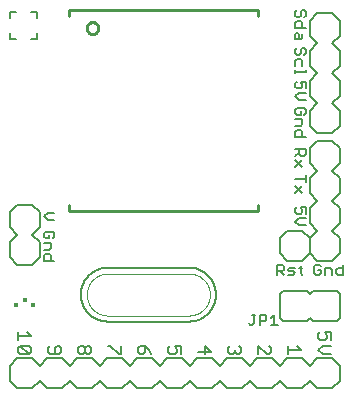
<source format=gto>
G75*
%MOIN*%
%OFA0B0*%
%FSLAX25Y25*%
%IPPOS*%
%LPD*%
%AMOC8*
5,1,8,0,0,1.08239X$1,22.5*
%
%ADD10C,0.00600*%
%ADD11C,0.00800*%
%ADD12C,0.00200*%
%ADD13R,0.01280X0.01673*%
%ADD14R,0.01378X0.01378*%
%ADD15C,0.01000*%
D10*
X0040395Y0072748D02*
X0040395Y0074450D01*
X0040962Y0075017D01*
X0042097Y0075017D01*
X0042664Y0074450D01*
X0042664Y0072748D01*
X0043798Y0072748D02*
X0040395Y0072748D01*
X0040395Y0076431D02*
X0042097Y0076431D01*
X0042664Y0076998D01*
X0042664Y0078700D01*
X0040395Y0078700D01*
X0040962Y0080114D02*
X0042097Y0080114D01*
X0042097Y0081249D01*
X0043231Y0082383D02*
X0040962Y0082383D01*
X0040395Y0081816D01*
X0040395Y0080682D01*
X0040962Y0080114D01*
X0043231Y0080114D02*
X0043798Y0080682D01*
X0043798Y0081816D01*
X0043231Y0082383D01*
X0043798Y0086364D02*
X0041529Y0086364D01*
X0040395Y0087499D01*
X0041529Y0088633D01*
X0043798Y0088633D01*
X0061595Y0070433D02*
X0088595Y0070433D01*
X0088814Y0070430D01*
X0089033Y0070422D01*
X0089252Y0070409D01*
X0089470Y0070390D01*
X0089688Y0070366D01*
X0089905Y0070337D01*
X0090122Y0070303D01*
X0090337Y0070263D01*
X0090552Y0070218D01*
X0090765Y0070167D01*
X0090977Y0070112D01*
X0091188Y0070051D01*
X0091397Y0069986D01*
X0091604Y0069915D01*
X0091810Y0069839D01*
X0092014Y0069758D01*
X0092216Y0069673D01*
X0092415Y0069582D01*
X0092612Y0069487D01*
X0092807Y0069386D01*
X0093000Y0069281D01*
X0093190Y0069172D01*
X0093377Y0069058D01*
X0093561Y0068939D01*
X0093742Y0068816D01*
X0093920Y0068688D01*
X0094096Y0068556D01*
X0094267Y0068420D01*
X0094436Y0068280D01*
X0094601Y0068136D01*
X0094762Y0067988D01*
X0094920Y0067836D01*
X0095074Y0067680D01*
X0095224Y0067520D01*
X0095371Y0067357D01*
X0095513Y0067190D01*
X0095651Y0067020D01*
X0095785Y0066846D01*
X0095915Y0066670D01*
X0096040Y0066490D01*
X0096161Y0066307D01*
X0096277Y0066121D01*
X0096389Y0065933D01*
X0096496Y0065742D01*
X0096599Y0065548D01*
X0096697Y0065352D01*
X0096790Y0065154D01*
X0096878Y0064953D01*
X0096961Y0064750D01*
X0097040Y0064545D01*
X0097113Y0064339D01*
X0097181Y0064131D01*
X0097244Y0063921D01*
X0097302Y0063709D01*
X0097355Y0063497D01*
X0097403Y0063283D01*
X0097445Y0063068D01*
X0097482Y0062852D01*
X0097514Y0062635D01*
X0097541Y0062417D01*
X0097562Y0062199D01*
X0097578Y0061981D01*
X0097589Y0061762D01*
X0097594Y0061543D01*
X0097594Y0061323D01*
X0097589Y0061104D01*
X0097578Y0060885D01*
X0097562Y0060667D01*
X0097541Y0060449D01*
X0097514Y0060231D01*
X0097482Y0060014D01*
X0097445Y0059798D01*
X0097403Y0059583D01*
X0097355Y0059369D01*
X0097302Y0059157D01*
X0097244Y0058945D01*
X0097181Y0058735D01*
X0097113Y0058527D01*
X0097040Y0058321D01*
X0096961Y0058116D01*
X0096878Y0057913D01*
X0096790Y0057712D01*
X0096697Y0057514D01*
X0096599Y0057318D01*
X0096496Y0057124D01*
X0096389Y0056933D01*
X0096277Y0056745D01*
X0096161Y0056559D01*
X0096040Y0056376D01*
X0095915Y0056196D01*
X0095785Y0056020D01*
X0095651Y0055846D01*
X0095513Y0055676D01*
X0095371Y0055509D01*
X0095224Y0055346D01*
X0095074Y0055186D01*
X0094920Y0055030D01*
X0094762Y0054878D01*
X0094601Y0054730D01*
X0094436Y0054586D01*
X0094267Y0054446D01*
X0094096Y0054310D01*
X0093920Y0054178D01*
X0093742Y0054050D01*
X0093561Y0053927D01*
X0093377Y0053808D01*
X0093190Y0053694D01*
X0093000Y0053585D01*
X0092807Y0053480D01*
X0092612Y0053379D01*
X0092415Y0053284D01*
X0092216Y0053193D01*
X0092014Y0053108D01*
X0091810Y0053027D01*
X0091604Y0052951D01*
X0091397Y0052880D01*
X0091188Y0052815D01*
X0090977Y0052754D01*
X0090765Y0052699D01*
X0090552Y0052648D01*
X0090337Y0052603D01*
X0090122Y0052563D01*
X0089905Y0052529D01*
X0089688Y0052500D01*
X0089470Y0052476D01*
X0089252Y0052457D01*
X0089033Y0052444D01*
X0088814Y0052436D01*
X0088595Y0052433D01*
X0061595Y0052433D01*
X0061376Y0052436D01*
X0061157Y0052444D01*
X0060938Y0052457D01*
X0060720Y0052476D01*
X0060502Y0052500D01*
X0060285Y0052529D01*
X0060068Y0052563D01*
X0059853Y0052603D01*
X0059638Y0052648D01*
X0059425Y0052699D01*
X0059213Y0052754D01*
X0059002Y0052815D01*
X0058793Y0052880D01*
X0058586Y0052951D01*
X0058380Y0053027D01*
X0058176Y0053108D01*
X0057974Y0053193D01*
X0057775Y0053284D01*
X0057578Y0053379D01*
X0057383Y0053480D01*
X0057190Y0053585D01*
X0057000Y0053694D01*
X0056813Y0053808D01*
X0056629Y0053927D01*
X0056448Y0054050D01*
X0056270Y0054178D01*
X0056094Y0054310D01*
X0055923Y0054446D01*
X0055754Y0054586D01*
X0055589Y0054730D01*
X0055428Y0054878D01*
X0055270Y0055030D01*
X0055116Y0055186D01*
X0054966Y0055346D01*
X0054819Y0055509D01*
X0054677Y0055676D01*
X0054539Y0055846D01*
X0054405Y0056020D01*
X0054275Y0056196D01*
X0054150Y0056376D01*
X0054029Y0056559D01*
X0053913Y0056745D01*
X0053801Y0056933D01*
X0053694Y0057124D01*
X0053591Y0057318D01*
X0053493Y0057514D01*
X0053400Y0057712D01*
X0053312Y0057913D01*
X0053229Y0058116D01*
X0053150Y0058321D01*
X0053077Y0058527D01*
X0053009Y0058735D01*
X0052946Y0058945D01*
X0052888Y0059157D01*
X0052835Y0059369D01*
X0052787Y0059583D01*
X0052745Y0059798D01*
X0052708Y0060014D01*
X0052676Y0060231D01*
X0052649Y0060449D01*
X0052628Y0060667D01*
X0052612Y0060885D01*
X0052601Y0061104D01*
X0052596Y0061323D01*
X0052596Y0061543D01*
X0052601Y0061762D01*
X0052612Y0061981D01*
X0052628Y0062199D01*
X0052649Y0062417D01*
X0052676Y0062635D01*
X0052708Y0062852D01*
X0052745Y0063068D01*
X0052787Y0063283D01*
X0052835Y0063497D01*
X0052888Y0063709D01*
X0052946Y0063921D01*
X0053009Y0064131D01*
X0053077Y0064339D01*
X0053150Y0064545D01*
X0053229Y0064750D01*
X0053312Y0064953D01*
X0053400Y0065154D01*
X0053493Y0065352D01*
X0053591Y0065548D01*
X0053694Y0065742D01*
X0053801Y0065933D01*
X0053913Y0066121D01*
X0054029Y0066307D01*
X0054150Y0066490D01*
X0054275Y0066670D01*
X0054405Y0066846D01*
X0054539Y0067020D01*
X0054677Y0067190D01*
X0054819Y0067357D01*
X0054966Y0067520D01*
X0055116Y0067680D01*
X0055270Y0067836D01*
X0055428Y0067988D01*
X0055589Y0068136D01*
X0055754Y0068280D01*
X0055923Y0068420D01*
X0056094Y0068556D01*
X0056270Y0068688D01*
X0056448Y0068816D01*
X0056629Y0068939D01*
X0056813Y0069058D01*
X0057000Y0069172D01*
X0057190Y0069281D01*
X0057383Y0069386D01*
X0057578Y0069487D01*
X0057775Y0069582D01*
X0057974Y0069673D01*
X0058176Y0069758D01*
X0058380Y0069839D01*
X0058586Y0069915D01*
X0058793Y0069986D01*
X0059002Y0070051D01*
X0059213Y0070112D01*
X0059425Y0070167D01*
X0059638Y0070218D01*
X0059853Y0070263D01*
X0060068Y0070303D01*
X0060285Y0070337D01*
X0060502Y0070366D01*
X0060720Y0070390D01*
X0060938Y0070409D01*
X0061157Y0070422D01*
X0061376Y0070430D01*
X0061595Y0070433D01*
X0108520Y0051925D02*
X0109087Y0051358D01*
X0109654Y0051358D01*
X0110222Y0051925D01*
X0110222Y0054761D01*
X0110789Y0054761D02*
X0109654Y0054761D01*
X0112203Y0054761D02*
X0113905Y0054761D01*
X0114472Y0054194D01*
X0114472Y0053060D01*
X0113905Y0052492D01*
X0112203Y0052492D01*
X0112203Y0051358D02*
X0112203Y0054761D01*
X0115886Y0053627D02*
X0117021Y0054761D01*
X0117021Y0051358D01*
X0118155Y0051358D02*
X0115886Y0051358D01*
X0118845Y0053683D02*
X0118845Y0061683D01*
X0119845Y0062683D01*
X0127845Y0062683D01*
X0128845Y0061683D01*
X0129845Y0062683D01*
X0137845Y0062683D01*
X0138845Y0061683D01*
X0138845Y0053683D01*
X0137845Y0052683D01*
X0129845Y0052683D01*
X0128845Y0053683D01*
X0127845Y0052683D01*
X0119845Y0052683D01*
X0118845Y0053683D01*
X0117895Y0067983D02*
X0117895Y0071386D01*
X0119597Y0071386D01*
X0120164Y0070819D01*
X0120164Y0069685D01*
X0119597Y0069117D01*
X0117895Y0069117D01*
X0119029Y0069117D02*
X0120164Y0067983D01*
X0121578Y0067983D02*
X0123280Y0067983D01*
X0123847Y0068550D01*
X0123280Y0069117D01*
X0122145Y0069117D01*
X0121578Y0069685D01*
X0122145Y0070252D01*
X0123847Y0070252D01*
X0125261Y0070252D02*
X0126396Y0070252D01*
X0125829Y0070819D02*
X0125829Y0068550D01*
X0126396Y0067983D01*
X0130395Y0068550D02*
X0130962Y0067983D01*
X0132097Y0067983D01*
X0132664Y0068550D01*
X0132664Y0069685D01*
X0131529Y0069685D01*
X0130395Y0070819D02*
X0130395Y0068550D01*
X0130395Y0070819D02*
X0130962Y0071386D01*
X0132097Y0071386D01*
X0132664Y0070819D01*
X0134078Y0070252D02*
X0134078Y0067983D01*
X0134078Y0070252D02*
X0135780Y0070252D01*
X0136347Y0069685D01*
X0136347Y0067983D01*
X0137761Y0068550D02*
X0137761Y0069685D01*
X0138329Y0070252D01*
X0140030Y0070252D01*
X0140030Y0071386D02*
X0140030Y0067983D01*
X0138329Y0067983D01*
X0137761Y0068550D01*
X0127548Y0084556D02*
X0125279Y0084556D01*
X0124145Y0085691D01*
X0125279Y0086825D01*
X0127548Y0086825D01*
X0127548Y0088239D02*
X0127548Y0090508D01*
X0125847Y0090508D01*
X0126414Y0089374D01*
X0126414Y0088807D01*
X0125847Y0088239D01*
X0124712Y0088239D01*
X0124145Y0088807D01*
X0124145Y0089941D01*
X0124712Y0090508D01*
X0124145Y0095181D02*
X0126414Y0097450D01*
X0127548Y0098864D02*
X0127548Y0101133D01*
X0127548Y0099999D02*
X0124145Y0099999D01*
X0124145Y0097450D02*
X0126414Y0095181D01*
X0126414Y0103931D02*
X0124145Y0106200D01*
X0124145Y0107614D02*
X0125279Y0108749D01*
X0125279Y0108182D02*
X0125279Y0109883D01*
X0124145Y0109883D02*
X0127548Y0109883D01*
X0127548Y0108182D01*
X0126981Y0107614D01*
X0125847Y0107614D01*
X0125279Y0108182D01*
X0126414Y0106200D02*
X0124145Y0103931D01*
X0124145Y0113998D02*
X0124145Y0115700D01*
X0124712Y0116267D01*
X0125847Y0116267D01*
X0126414Y0115700D01*
X0126414Y0113998D01*
X0127548Y0113998D02*
X0124145Y0113998D01*
X0124145Y0117681D02*
X0125847Y0117681D01*
X0126414Y0118248D01*
X0126414Y0119950D01*
X0124145Y0119950D01*
X0124712Y0121364D02*
X0125847Y0121364D01*
X0125847Y0122499D01*
X0126981Y0123633D02*
X0124712Y0123633D01*
X0124145Y0123066D01*
X0124145Y0121932D01*
X0124712Y0121364D01*
X0126981Y0121364D02*
X0127548Y0121932D01*
X0127548Y0123066D01*
X0126981Y0123633D01*
X0127548Y0126431D02*
X0125279Y0126431D01*
X0124145Y0127566D01*
X0125279Y0128700D01*
X0127548Y0128700D01*
X0127548Y0130114D02*
X0127548Y0132383D01*
X0125847Y0132383D01*
X0126414Y0131249D01*
X0126414Y0130682D01*
X0125847Y0130114D01*
X0124712Y0130114D01*
X0124145Y0130682D01*
X0124145Y0131816D01*
X0124712Y0132383D01*
X0124145Y0135132D02*
X0124145Y0136267D01*
X0124145Y0135700D02*
X0127548Y0135700D01*
X0127548Y0136267D01*
X0126414Y0137681D02*
X0126414Y0139383D01*
X0125847Y0139950D01*
X0124712Y0139950D01*
X0124145Y0139383D01*
X0124145Y0137681D01*
X0124712Y0141364D02*
X0124145Y0141932D01*
X0124145Y0143066D01*
X0124712Y0143633D01*
X0125847Y0143066D02*
X0125847Y0141932D01*
X0125279Y0141364D01*
X0124712Y0141364D01*
X0125847Y0143066D02*
X0126414Y0143633D01*
X0126981Y0143633D01*
X0127548Y0143066D01*
X0127548Y0141932D01*
X0126981Y0141364D01*
X0125847Y0146498D02*
X0124145Y0146498D01*
X0124145Y0148200D01*
X0124712Y0148767D01*
X0125279Y0148200D01*
X0125279Y0146498D01*
X0125847Y0146498D02*
X0126414Y0147065D01*
X0126414Y0148200D01*
X0126414Y0150181D02*
X0126414Y0151883D01*
X0125847Y0152450D01*
X0124712Y0152450D01*
X0124145Y0151883D01*
X0124145Y0150181D01*
X0127548Y0150181D01*
X0126981Y0153864D02*
X0127548Y0154432D01*
X0127548Y0155566D01*
X0126981Y0156133D01*
X0126414Y0156133D01*
X0125847Y0155566D01*
X0125847Y0154432D01*
X0125279Y0153864D01*
X0124712Y0153864D01*
X0124145Y0154432D01*
X0124145Y0155566D01*
X0124712Y0156133D01*
X0038099Y0155574D02*
X0038099Y0153574D01*
X0038099Y0155574D02*
X0036099Y0155574D01*
X0031099Y0155574D02*
X0029099Y0155574D01*
X0029099Y0153574D01*
X0029099Y0148574D02*
X0029099Y0146574D01*
X0031099Y0146574D01*
X0036099Y0146574D02*
X0038099Y0146574D01*
X0038099Y0148574D01*
D11*
X0028845Y0032683D02*
X0031345Y0030183D01*
X0036345Y0030183D01*
X0038845Y0032683D01*
X0041345Y0030183D01*
X0046345Y0030183D01*
X0048845Y0032683D01*
X0051345Y0030183D01*
X0056345Y0030183D01*
X0058845Y0032683D01*
X0061345Y0030183D01*
X0066345Y0030183D01*
X0068845Y0032683D01*
X0071345Y0030183D01*
X0076345Y0030183D01*
X0078845Y0032683D01*
X0081345Y0030183D01*
X0086345Y0030183D01*
X0088845Y0032683D01*
X0091345Y0030183D01*
X0096345Y0030183D01*
X0098845Y0032683D01*
X0101345Y0030183D01*
X0106345Y0030183D01*
X0108845Y0032683D01*
X0111345Y0030183D01*
X0116345Y0030183D01*
X0118845Y0032683D01*
X0121345Y0030183D01*
X0126345Y0030183D01*
X0128845Y0032683D01*
X0131345Y0030183D01*
X0136345Y0030183D01*
X0138845Y0032683D01*
X0138845Y0037683D01*
X0136345Y0040183D01*
X0131345Y0040183D01*
X0128845Y0037683D01*
X0126345Y0040183D01*
X0121345Y0040183D01*
X0118845Y0037683D01*
X0116345Y0040183D01*
X0111345Y0040183D01*
X0108845Y0037683D01*
X0106345Y0040183D01*
X0101345Y0040183D01*
X0098845Y0037683D01*
X0096345Y0040183D01*
X0091345Y0040183D01*
X0088845Y0037683D01*
X0086345Y0040183D01*
X0081345Y0040183D01*
X0078845Y0037683D01*
X0076345Y0040183D01*
X0071345Y0040183D01*
X0068845Y0037683D01*
X0066345Y0040183D01*
X0061345Y0040183D01*
X0058845Y0037683D01*
X0056345Y0040183D01*
X0051345Y0040183D01*
X0048845Y0037683D01*
X0046345Y0040183D01*
X0041345Y0040183D01*
X0038845Y0037683D01*
X0036345Y0040183D01*
X0031345Y0040183D01*
X0028845Y0037683D01*
X0028845Y0032683D01*
X0032446Y0041585D02*
X0031745Y0042285D01*
X0031745Y0043686D01*
X0032446Y0044387D01*
X0035248Y0041585D01*
X0032446Y0041585D01*
X0032446Y0044387D02*
X0035248Y0044387D01*
X0035949Y0043686D01*
X0035949Y0042285D01*
X0035248Y0041585D01*
X0031745Y0046189D02*
X0031745Y0048991D01*
X0031745Y0047590D02*
X0035949Y0047590D01*
X0034548Y0048991D01*
X0041745Y0043686D02*
X0041745Y0042285D01*
X0042446Y0041585D01*
X0045248Y0041585D01*
X0045949Y0042285D01*
X0045949Y0043686D01*
X0045248Y0044387D01*
X0044548Y0044387D01*
X0043847Y0043686D01*
X0043847Y0041585D01*
X0041745Y0043686D02*
X0042446Y0044387D01*
X0051745Y0043686D02*
X0051745Y0042285D01*
X0052446Y0041585D01*
X0053146Y0041585D01*
X0053847Y0042285D01*
X0053847Y0043686D01*
X0054548Y0044387D01*
X0055248Y0044387D01*
X0055949Y0043686D01*
X0055949Y0042285D01*
X0055248Y0041585D01*
X0054548Y0041585D01*
X0053847Y0042285D01*
X0053847Y0043686D02*
X0053146Y0044387D01*
X0052446Y0044387D01*
X0051745Y0043686D01*
X0061745Y0044387D02*
X0062446Y0044387D01*
X0065248Y0041585D01*
X0065949Y0041585D01*
X0065949Y0044387D01*
X0071745Y0043686D02*
X0071745Y0042285D01*
X0072446Y0041585D01*
X0073146Y0041585D01*
X0073847Y0042285D01*
X0073847Y0044387D01*
X0072446Y0044387D01*
X0071745Y0043686D01*
X0073847Y0044387D02*
X0075248Y0042986D01*
X0075949Y0041585D01*
X0081745Y0042285D02*
X0081745Y0043686D01*
X0082446Y0044387D01*
X0083847Y0044387D02*
X0084548Y0042986D01*
X0084548Y0042285D01*
X0083847Y0041585D01*
X0082446Y0041585D01*
X0081745Y0042285D01*
X0083847Y0044387D02*
X0085949Y0044387D01*
X0085949Y0041585D01*
X0091745Y0042285D02*
X0095949Y0042285D01*
X0093847Y0044387D01*
X0093847Y0041585D01*
X0101745Y0042285D02*
X0101745Y0043686D01*
X0102446Y0044387D01*
X0103847Y0042986D02*
X0103847Y0042285D01*
X0103146Y0041585D01*
X0102446Y0041585D01*
X0101745Y0042285D01*
X0103847Y0042285D02*
X0104548Y0041585D01*
X0105248Y0041585D01*
X0105949Y0042285D01*
X0105949Y0043686D01*
X0105248Y0044387D01*
X0111745Y0044387D02*
X0111745Y0041585D01*
X0111745Y0044387D02*
X0114548Y0041585D01*
X0115248Y0041585D01*
X0115949Y0042285D01*
X0115949Y0043686D01*
X0115248Y0044387D01*
X0121745Y0044387D02*
X0121745Y0041585D01*
X0121745Y0042986D02*
X0125949Y0042986D01*
X0124548Y0044387D01*
X0131745Y0042986D02*
X0133146Y0041585D01*
X0135949Y0041585D01*
X0135949Y0044387D02*
X0133146Y0044387D01*
X0131745Y0042986D01*
X0132446Y0046189D02*
X0131745Y0046889D01*
X0131745Y0048290D01*
X0132446Y0048991D01*
X0133847Y0048991D02*
X0134548Y0047590D01*
X0134548Y0046889D01*
X0133847Y0046189D01*
X0132446Y0046189D01*
X0133847Y0048991D02*
X0135949Y0048991D01*
X0135949Y0046189D01*
X0136345Y0072683D02*
X0131345Y0072683D01*
X0128845Y0075183D01*
X0128845Y0080183D01*
X0126345Y0082683D01*
X0121345Y0082683D01*
X0118845Y0080183D01*
X0118845Y0075183D01*
X0121345Y0072683D01*
X0126345Y0072683D01*
X0128845Y0075183D01*
X0128845Y0080183D01*
X0131345Y0082683D01*
X0128845Y0085183D01*
X0128845Y0090183D01*
X0131345Y0092683D01*
X0128845Y0095183D01*
X0128845Y0100183D01*
X0131345Y0102683D01*
X0128845Y0105183D01*
X0128845Y0110183D01*
X0131345Y0112683D01*
X0136345Y0112683D01*
X0138845Y0110183D01*
X0138845Y0105183D01*
X0136345Y0102683D01*
X0138845Y0100183D01*
X0138845Y0095183D01*
X0136345Y0092683D01*
X0138845Y0090183D01*
X0138845Y0085183D01*
X0136345Y0082683D01*
X0138845Y0080183D01*
X0138845Y0075183D01*
X0136345Y0072683D01*
X0136345Y0115183D02*
X0131345Y0115183D01*
X0128845Y0117683D01*
X0128845Y0122683D01*
X0131345Y0125183D01*
X0128845Y0127683D01*
X0128845Y0132683D01*
X0131345Y0135183D01*
X0128845Y0137683D01*
X0128845Y0142683D01*
X0131345Y0145183D01*
X0128845Y0147683D01*
X0128845Y0152683D01*
X0131345Y0155183D01*
X0136345Y0155183D01*
X0138845Y0152683D01*
X0138845Y0147683D01*
X0136345Y0145183D01*
X0138845Y0142683D01*
X0138845Y0137683D01*
X0136345Y0135183D01*
X0138845Y0132683D01*
X0138845Y0127683D01*
X0136345Y0125183D01*
X0138845Y0122683D01*
X0138845Y0117683D01*
X0136345Y0115183D01*
X0038845Y0088933D02*
X0038845Y0083933D01*
X0036345Y0081433D01*
X0038845Y0078933D01*
X0038845Y0073933D01*
X0036345Y0071433D01*
X0031345Y0071433D01*
X0028845Y0073933D01*
X0028845Y0078933D01*
X0031345Y0081433D01*
X0028845Y0083933D01*
X0028845Y0088933D01*
X0031345Y0091433D01*
X0036345Y0091433D01*
X0038845Y0088933D01*
D12*
X0061595Y0068433D02*
X0088595Y0068433D01*
X0088765Y0068431D01*
X0088936Y0068425D01*
X0089106Y0068414D01*
X0089276Y0068400D01*
X0089445Y0068381D01*
X0089614Y0068358D01*
X0089783Y0068332D01*
X0089950Y0068301D01*
X0090117Y0068266D01*
X0090283Y0068226D01*
X0090448Y0068183D01*
X0090612Y0068136D01*
X0090774Y0068085D01*
X0090936Y0068030D01*
X0091096Y0067971D01*
X0091254Y0067908D01*
X0091411Y0067842D01*
X0091566Y0067771D01*
X0091720Y0067697D01*
X0091871Y0067619D01*
X0092021Y0067537D01*
X0092169Y0067452D01*
X0092314Y0067363D01*
X0092457Y0067271D01*
X0092598Y0067175D01*
X0092737Y0067076D01*
X0092873Y0066973D01*
X0093007Y0066868D01*
X0093138Y0066759D01*
X0093266Y0066646D01*
X0093392Y0066531D01*
X0093515Y0066413D01*
X0093634Y0066292D01*
X0093751Y0066167D01*
X0093865Y0066040D01*
X0093976Y0065911D01*
X0094083Y0065778D01*
X0094187Y0065643D01*
X0094288Y0065506D01*
X0094386Y0065366D01*
X0094480Y0065224D01*
X0094570Y0065080D01*
X0094657Y0064933D01*
X0094741Y0064784D01*
X0094820Y0064634D01*
X0094896Y0064481D01*
X0094969Y0064327D01*
X0095037Y0064171D01*
X0095102Y0064013D01*
X0095163Y0063854D01*
X0095220Y0063693D01*
X0095273Y0063531D01*
X0095322Y0063368D01*
X0095367Y0063204D01*
X0095408Y0063038D01*
X0095446Y0062872D01*
X0095479Y0062704D01*
X0095507Y0062536D01*
X0095532Y0062368D01*
X0095553Y0062199D01*
X0095570Y0062029D01*
X0095582Y0061859D01*
X0095590Y0061689D01*
X0095594Y0061518D01*
X0095594Y0061348D01*
X0095590Y0061177D01*
X0095582Y0061007D01*
X0095570Y0060837D01*
X0095553Y0060667D01*
X0095532Y0060498D01*
X0095507Y0060330D01*
X0095479Y0060162D01*
X0095446Y0059994D01*
X0095408Y0059828D01*
X0095367Y0059662D01*
X0095322Y0059498D01*
X0095273Y0059335D01*
X0095220Y0059173D01*
X0095163Y0059012D01*
X0095102Y0058853D01*
X0095037Y0058695D01*
X0094969Y0058539D01*
X0094896Y0058385D01*
X0094820Y0058232D01*
X0094741Y0058082D01*
X0094657Y0057933D01*
X0094570Y0057786D01*
X0094480Y0057642D01*
X0094386Y0057500D01*
X0094288Y0057360D01*
X0094187Y0057223D01*
X0094083Y0057088D01*
X0093976Y0056955D01*
X0093865Y0056826D01*
X0093751Y0056699D01*
X0093634Y0056574D01*
X0093515Y0056453D01*
X0093392Y0056335D01*
X0093266Y0056220D01*
X0093138Y0056107D01*
X0093007Y0055998D01*
X0092873Y0055893D01*
X0092737Y0055790D01*
X0092598Y0055691D01*
X0092457Y0055595D01*
X0092314Y0055503D01*
X0092169Y0055414D01*
X0092021Y0055329D01*
X0091871Y0055247D01*
X0091720Y0055169D01*
X0091566Y0055095D01*
X0091411Y0055024D01*
X0091254Y0054958D01*
X0091096Y0054895D01*
X0090936Y0054836D01*
X0090774Y0054781D01*
X0090612Y0054730D01*
X0090448Y0054683D01*
X0090283Y0054640D01*
X0090117Y0054600D01*
X0089950Y0054565D01*
X0089783Y0054534D01*
X0089614Y0054508D01*
X0089445Y0054485D01*
X0089276Y0054466D01*
X0089106Y0054452D01*
X0088936Y0054441D01*
X0088765Y0054435D01*
X0088595Y0054433D01*
X0061595Y0054433D01*
X0061425Y0054435D01*
X0061254Y0054441D01*
X0061084Y0054452D01*
X0060914Y0054466D01*
X0060745Y0054485D01*
X0060576Y0054508D01*
X0060407Y0054534D01*
X0060240Y0054565D01*
X0060073Y0054600D01*
X0059907Y0054640D01*
X0059742Y0054683D01*
X0059578Y0054730D01*
X0059416Y0054781D01*
X0059254Y0054836D01*
X0059094Y0054895D01*
X0058936Y0054958D01*
X0058779Y0055024D01*
X0058624Y0055095D01*
X0058470Y0055169D01*
X0058319Y0055247D01*
X0058169Y0055329D01*
X0058021Y0055414D01*
X0057876Y0055503D01*
X0057733Y0055595D01*
X0057592Y0055691D01*
X0057453Y0055790D01*
X0057317Y0055893D01*
X0057183Y0055998D01*
X0057052Y0056107D01*
X0056924Y0056220D01*
X0056798Y0056335D01*
X0056675Y0056453D01*
X0056556Y0056574D01*
X0056439Y0056699D01*
X0056325Y0056826D01*
X0056214Y0056955D01*
X0056107Y0057088D01*
X0056003Y0057223D01*
X0055902Y0057360D01*
X0055804Y0057500D01*
X0055710Y0057642D01*
X0055620Y0057786D01*
X0055533Y0057933D01*
X0055449Y0058082D01*
X0055370Y0058232D01*
X0055294Y0058385D01*
X0055221Y0058539D01*
X0055153Y0058695D01*
X0055088Y0058853D01*
X0055027Y0059012D01*
X0054970Y0059173D01*
X0054917Y0059335D01*
X0054868Y0059498D01*
X0054823Y0059662D01*
X0054782Y0059828D01*
X0054744Y0059994D01*
X0054711Y0060162D01*
X0054683Y0060330D01*
X0054658Y0060498D01*
X0054637Y0060667D01*
X0054620Y0060837D01*
X0054608Y0061007D01*
X0054600Y0061177D01*
X0054596Y0061348D01*
X0054596Y0061518D01*
X0054600Y0061689D01*
X0054608Y0061859D01*
X0054620Y0062029D01*
X0054637Y0062199D01*
X0054658Y0062368D01*
X0054683Y0062536D01*
X0054711Y0062704D01*
X0054744Y0062872D01*
X0054782Y0063038D01*
X0054823Y0063204D01*
X0054868Y0063368D01*
X0054917Y0063531D01*
X0054970Y0063693D01*
X0055027Y0063854D01*
X0055088Y0064013D01*
X0055153Y0064171D01*
X0055221Y0064327D01*
X0055294Y0064481D01*
X0055370Y0064634D01*
X0055449Y0064784D01*
X0055533Y0064933D01*
X0055620Y0065080D01*
X0055710Y0065224D01*
X0055804Y0065366D01*
X0055902Y0065506D01*
X0056003Y0065643D01*
X0056107Y0065778D01*
X0056214Y0065911D01*
X0056325Y0066040D01*
X0056439Y0066167D01*
X0056556Y0066292D01*
X0056675Y0066413D01*
X0056798Y0066531D01*
X0056924Y0066646D01*
X0057052Y0066759D01*
X0057183Y0066868D01*
X0057317Y0066973D01*
X0057453Y0067076D01*
X0057592Y0067175D01*
X0057733Y0067271D01*
X0057876Y0067363D01*
X0058021Y0067452D01*
X0058169Y0067537D01*
X0058319Y0067619D01*
X0058470Y0067697D01*
X0058624Y0067771D01*
X0058779Y0067842D01*
X0058936Y0067908D01*
X0059094Y0067971D01*
X0059254Y0068030D01*
X0059416Y0068085D01*
X0059578Y0068136D01*
X0059742Y0068183D01*
X0059907Y0068226D01*
X0060073Y0068266D01*
X0060240Y0068301D01*
X0060407Y0068332D01*
X0060576Y0068358D01*
X0060745Y0068381D01*
X0060914Y0068400D01*
X0061084Y0068414D01*
X0061254Y0068425D01*
X0061425Y0068431D01*
X0061595Y0068433D01*
D13*
X0036552Y0057969D03*
X0031138Y0057969D03*
D14*
X0033845Y0059494D03*
D15*
X0048599Y0089219D02*
X0048599Y0091187D01*
X0048599Y0089219D02*
X0111591Y0089219D01*
X0111591Y0091187D01*
X0111591Y0154179D02*
X0111591Y0156148D01*
X0048599Y0156148D01*
X0048599Y0154179D01*
X0054504Y0150242D02*
X0054506Y0150330D01*
X0054512Y0150418D01*
X0054522Y0150506D01*
X0054536Y0150594D01*
X0054553Y0150680D01*
X0054575Y0150766D01*
X0054600Y0150850D01*
X0054630Y0150934D01*
X0054662Y0151016D01*
X0054699Y0151096D01*
X0054739Y0151175D01*
X0054783Y0151252D01*
X0054830Y0151327D01*
X0054880Y0151399D01*
X0054934Y0151470D01*
X0054990Y0151537D01*
X0055050Y0151603D01*
X0055112Y0151665D01*
X0055178Y0151725D01*
X0055245Y0151781D01*
X0055316Y0151835D01*
X0055388Y0151885D01*
X0055463Y0151932D01*
X0055540Y0151976D01*
X0055619Y0152016D01*
X0055699Y0152053D01*
X0055781Y0152085D01*
X0055865Y0152115D01*
X0055949Y0152140D01*
X0056035Y0152162D01*
X0056121Y0152179D01*
X0056209Y0152193D01*
X0056297Y0152203D01*
X0056385Y0152209D01*
X0056473Y0152211D01*
X0056561Y0152209D01*
X0056649Y0152203D01*
X0056737Y0152193D01*
X0056825Y0152179D01*
X0056911Y0152162D01*
X0056997Y0152140D01*
X0057081Y0152115D01*
X0057165Y0152085D01*
X0057247Y0152053D01*
X0057327Y0152016D01*
X0057406Y0151976D01*
X0057483Y0151932D01*
X0057558Y0151885D01*
X0057630Y0151835D01*
X0057701Y0151781D01*
X0057768Y0151725D01*
X0057834Y0151665D01*
X0057896Y0151603D01*
X0057956Y0151537D01*
X0058012Y0151470D01*
X0058066Y0151399D01*
X0058116Y0151327D01*
X0058163Y0151252D01*
X0058207Y0151175D01*
X0058247Y0151096D01*
X0058284Y0151016D01*
X0058316Y0150934D01*
X0058346Y0150850D01*
X0058371Y0150766D01*
X0058393Y0150680D01*
X0058410Y0150594D01*
X0058424Y0150506D01*
X0058434Y0150418D01*
X0058440Y0150330D01*
X0058442Y0150242D01*
X0058440Y0150154D01*
X0058434Y0150066D01*
X0058424Y0149978D01*
X0058410Y0149890D01*
X0058393Y0149804D01*
X0058371Y0149718D01*
X0058346Y0149634D01*
X0058316Y0149550D01*
X0058284Y0149468D01*
X0058247Y0149388D01*
X0058207Y0149309D01*
X0058163Y0149232D01*
X0058116Y0149157D01*
X0058066Y0149085D01*
X0058012Y0149014D01*
X0057956Y0148947D01*
X0057896Y0148881D01*
X0057834Y0148819D01*
X0057768Y0148759D01*
X0057701Y0148703D01*
X0057630Y0148649D01*
X0057558Y0148599D01*
X0057483Y0148552D01*
X0057406Y0148508D01*
X0057327Y0148468D01*
X0057247Y0148431D01*
X0057165Y0148399D01*
X0057081Y0148369D01*
X0056997Y0148344D01*
X0056911Y0148322D01*
X0056825Y0148305D01*
X0056737Y0148291D01*
X0056649Y0148281D01*
X0056561Y0148275D01*
X0056473Y0148273D01*
X0056385Y0148275D01*
X0056297Y0148281D01*
X0056209Y0148291D01*
X0056121Y0148305D01*
X0056035Y0148322D01*
X0055949Y0148344D01*
X0055865Y0148369D01*
X0055781Y0148399D01*
X0055699Y0148431D01*
X0055619Y0148468D01*
X0055540Y0148508D01*
X0055463Y0148552D01*
X0055388Y0148599D01*
X0055316Y0148649D01*
X0055245Y0148703D01*
X0055178Y0148759D01*
X0055112Y0148819D01*
X0055050Y0148881D01*
X0054990Y0148947D01*
X0054934Y0149014D01*
X0054880Y0149085D01*
X0054830Y0149157D01*
X0054783Y0149232D01*
X0054739Y0149309D01*
X0054699Y0149388D01*
X0054662Y0149468D01*
X0054630Y0149550D01*
X0054600Y0149634D01*
X0054575Y0149718D01*
X0054553Y0149804D01*
X0054536Y0149890D01*
X0054522Y0149978D01*
X0054512Y0150066D01*
X0054506Y0150154D01*
X0054504Y0150242D01*
M02*

</source>
